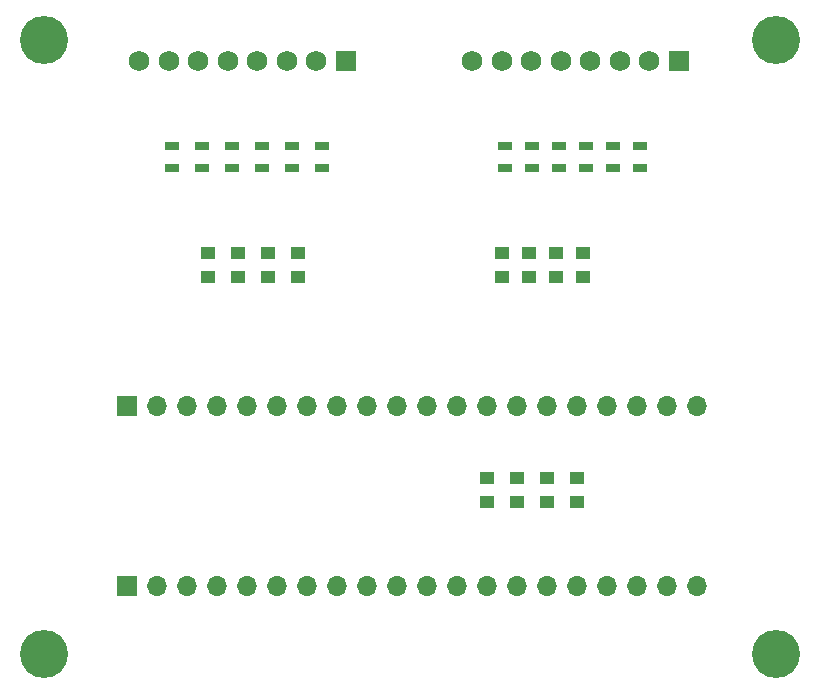
<source format=gbr>
G04 #@! TF.FileFunction,Soldermask,Top*
%FSLAX46Y46*%
G04 Gerber Fmt 4.6, Leading zero omitted, Abs format (unit mm)*
G04 Created by KiCad (PCBNEW 4.0.5-e0-6337~49~ubuntu16.04.1) date Thu Feb 16 22:53:25 2017*
%MOMM*%
%LPD*%
G01*
G04 APERTURE LIST*
%ADD10C,0.100000*%
%ADD11C,4.064000*%
%ADD12R,1.250000X1.000000*%
%ADD13R,1.750000X1.750000*%
%ADD14C,1.750000*%
%ADD15R,1.700000X1.700000*%
%ADD16O,1.700000X1.700000*%
%ADD17R,1.300000X0.700000*%
G04 APERTURE END LIST*
D10*
D11*
X116908000Y-79256000D03*
X178908000Y-79256000D03*
X116908000Y-131256000D03*
X178908000Y-131256000D03*
D12*
X157988000Y-97298000D03*
X157988000Y-99298000D03*
X155702000Y-97298000D03*
X155702000Y-99298000D03*
X162560000Y-97298000D03*
X162560000Y-99298000D03*
X160274000Y-97298000D03*
X160274000Y-99298000D03*
X138430000Y-97298000D03*
X138430000Y-99298000D03*
X135890000Y-97298000D03*
X135890000Y-99298000D03*
X133350000Y-97298000D03*
X133350000Y-99298000D03*
X130810000Y-97298000D03*
X130810000Y-99298000D03*
X154432000Y-116348000D03*
X154432000Y-118348000D03*
X156972000Y-116348000D03*
X156972000Y-118348000D03*
X159512000Y-116348000D03*
X159512000Y-118348000D03*
X162052000Y-116348000D03*
X162052000Y-118348000D03*
D13*
X170688000Y-81026000D03*
D14*
X168188000Y-81026000D03*
X165688000Y-81026000D03*
X163188000Y-81026000D03*
X160688000Y-81026000D03*
X158188000Y-81026000D03*
X155688000Y-81026000D03*
X153188000Y-81026000D03*
D13*
X142494000Y-81026000D03*
D14*
X139994000Y-81026000D03*
X137494000Y-81026000D03*
X134994000Y-81026000D03*
X132494000Y-81026000D03*
X129994000Y-81026000D03*
X127494000Y-81026000D03*
X124994000Y-81026000D03*
D15*
X123952000Y-125476000D03*
D16*
X126492000Y-125476000D03*
X129032000Y-125476000D03*
X131572000Y-125476000D03*
X134112000Y-125476000D03*
X136652000Y-125476000D03*
X139192000Y-125476000D03*
X141732000Y-125476000D03*
X144272000Y-125476000D03*
X146812000Y-125476000D03*
X149352000Y-125476000D03*
X151892000Y-125476000D03*
X154432000Y-125476000D03*
X156972000Y-125476000D03*
X159512000Y-125476000D03*
X162052000Y-125476000D03*
X164592000Y-125476000D03*
X167132000Y-125476000D03*
X169672000Y-125476000D03*
X172212000Y-125476000D03*
D15*
X123952000Y-110236000D03*
D16*
X126492000Y-110236000D03*
X129032000Y-110236000D03*
X131572000Y-110236000D03*
X134112000Y-110236000D03*
X136652000Y-110236000D03*
X139192000Y-110236000D03*
X141732000Y-110236000D03*
X144272000Y-110236000D03*
X146812000Y-110236000D03*
X149352000Y-110236000D03*
X151892000Y-110236000D03*
X154432000Y-110236000D03*
X156972000Y-110236000D03*
X159512000Y-110236000D03*
X162052000Y-110236000D03*
X164592000Y-110236000D03*
X167132000Y-110236000D03*
X169672000Y-110236000D03*
X172212000Y-110236000D03*
D17*
X167386000Y-88204000D03*
X167386000Y-90104000D03*
X165100000Y-88204000D03*
X165100000Y-90104000D03*
X162814000Y-88204000D03*
X162814000Y-90104000D03*
X160528000Y-88204000D03*
X160528000Y-90104000D03*
X140462000Y-88204000D03*
X140462000Y-90104000D03*
X137922000Y-88204000D03*
X137922000Y-90104000D03*
X135382000Y-88204000D03*
X135382000Y-90104000D03*
X132842000Y-88204000D03*
X132842000Y-90104000D03*
X158242000Y-88204000D03*
X158242000Y-90104000D03*
X155956000Y-88204000D03*
X155956000Y-90104000D03*
X130302000Y-88204000D03*
X130302000Y-90104000D03*
X127762000Y-88204000D03*
X127762000Y-90104000D03*
M02*

</source>
